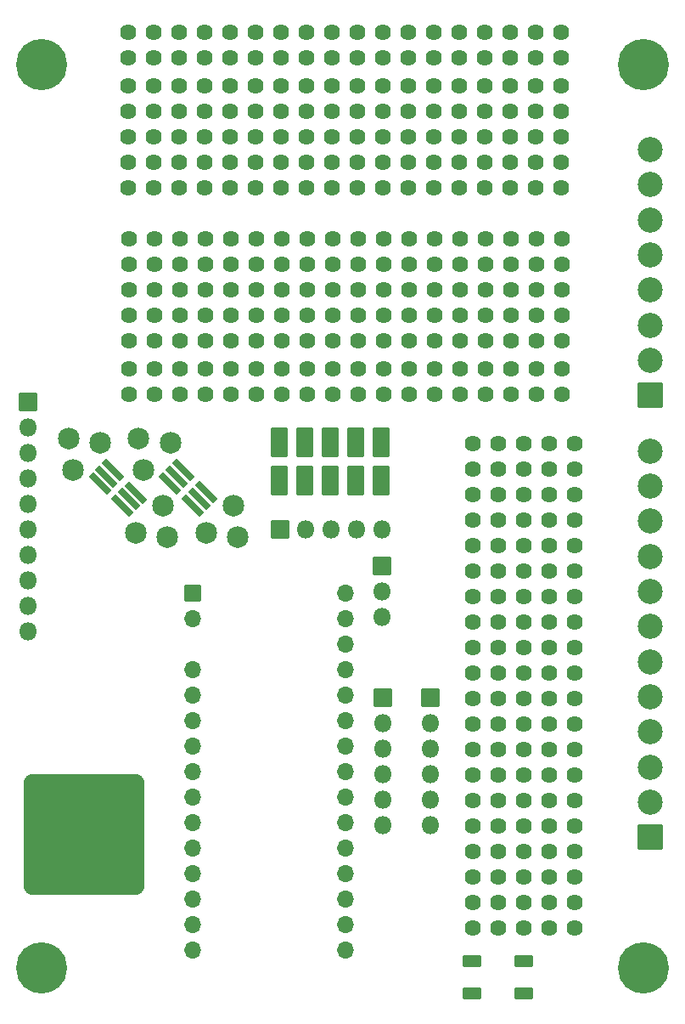
<source format=gbr>
%TF.GenerationSoftware,KiCad,Pcbnew,9.0.1*%
%TF.CreationDate,2025-05-07T10:30:00-04:00*%
%TF.ProjectId,BREAD_Slice_thProto,42524541-445f-4536-9c69-63655f746850,rev?*%
%TF.SameCoordinates,PX74eba40PY8552dc0*%
%TF.FileFunction,Soldermask,Top*%
%TF.FilePolarity,Negative*%
%FSLAX46Y46*%
G04 Gerber Fmt 4.6, Leading zero omitted, Abs format (unit mm)*
G04 Created by KiCad (PCBNEW 9.0.1) date 2025-05-07 10:30:00*
%MOMM*%
%LPD*%
G01*
G04 APERTURE LIST*
G04 Aperture macros list*
%AMRoundRect*
0 Rectangle with rounded corners*
0 $1 Rounding radius*
0 $2 $3 $4 $5 $6 $7 $8 $9 X,Y pos of 4 corners*
0 Add a 4 corners polygon primitive as box body*
4,1,4,$2,$3,$4,$5,$6,$7,$8,$9,$2,$3,0*
0 Add four circle primitives for the rounded corners*
1,1,$1+$1,$2,$3*
1,1,$1+$1,$4,$5*
1,1,$1+$1,$6,$7*
1,1,$1+$1,$8,$9*
0 Add four rect primitives between the rounded corners*
20,1,$1+$1,$2,$3,$4,$5,0*
20,1,$1+$1,$4,$5,$6,$7,0*
20,1,$1+$1,$6,$7,$8,$9,0*
20,1,$1+$1,$8,$9,$2,$3,0*%
G04 Aperture macros list end*
%ADD10C,5.100000*%
%ADD11RoundRect,0.050000X-0.800000X-0.800000X0.800000X-0.800000X0.800000X0.800000X-0.800000X0.800000X0*%
%ADD12O,1.700000X1.700000*%
%ADD13RoundRect,0.050000X-0.850000X-0.850000X0.850000X-0.850000X0.850000X0.850000X-0.850000X0.850000X0*%
%ADD14O,1.800000X1.800000*%
%ADD15RoundRect,1.008333X-5.041667X-5.041667X5.041667X-5.041667X5.041667X5.041667X-5.041667X5.041667X0*%
%ADD16RoundRect,0.050000X0.800000X-0.800000X0.800000X0.800000X-0.800000X0.800000X-0.800000X-0.800000X0*%
%ADD17RoundRect,0.101600X-0.825500X-0.500000X0.825500X-0.500000X0.825500X0.500000X-0.825500X0.500000X0*%
%ADD18RoundRect,0.050000X0.850000X-0.850000X0.850000X0.850000X-0.850000X0.850000X-0.850000X-0.850000X0*%
%ADD19C,2.160000*%
%ADD20RoundRect,0.050000X1.078338X-0.689429X-0.689429X1.078338X-1.078338X0.689429X0.689429X-1.078338X0*%
%ADD21C,1.624000*%
%ADD22RoundRect,0.050000X1.200000X-1.200000X1.200000X1.200000X-1.200000X1.200000X-1.200000X-1.200000X0*%
%ADD23C,2.500000*%
%ADD24RoundRect,0.050000X-0.800000X0.800000X-0.800000X-0.800000X0.800000X-0.800000X0.800000X0.800000X0*%
G04 APERTURE END LIST*
D10*
%TO.C,H1*%
X5000000Y95000000D03*
%TD*%
%TO.C,H3*%
X65000000Y95000000D03*
%TD*%
%TO.C,H2*%
X5000000Y5000000D03*
%TD*%
%TO.C,H4*%
X65000000Y5000000D03*
%TD*%
D11*
%TO.C,A1*%
X20010000Y42360000D03*
D12*
X20010000Y39820000D03*
X20010000Y34740000D03*
X20010000Y32200000D03*
X20010000Y29660000D03*
X20010000Y27120000D03*
X20010000Y24580000D03*
X20010000Y22040000D03*
X20010000Y19500000D03*
X20010000Y16960000D03*
X20010000Y14420000D03*
X20010000Y11880000D03*
X20010000Y9340000D03*
X20010000Y6800000D03*
X35250000Y6800000D03*
X35250000Y9340000D03*
X35250000Y11880000D03*
X35250000Y14420000D03*
X35250000Y16960000D03*
X35250000Y19500000D03*
X35250000Y22040000D03*
X35250000Y24580000D03*
X35250000Y27120000D03*
X35250000Y29660000D03*
X35250000Y32200000D03*
X35250000Y34740000D03*
X35250000Y37280000D03*
X35250000Y39820000D03*
X35250000Y42360000D03*
%TD*%
D13*
%TO.C,J1*%
X3600000Y61450000D03*
D14*
X3600000Y58910000D03*
X3600000Y56370000D03*
X3600000Y53830000D03*
X3600000Y51290000D03*
X3600000Y48750000D03*
X3600000Y46210000D03*
X3600000Y43670000D03*
X3600000Y41130000D03*
X3600000Y38590000D03*
%TD*%
D15*
%TO.C,HS1*%
X9200000Y18350000D03*
%TD*%
D16*
%TO.C,*%
X36310000Y52935000D03*
X36310000Y54205000D03*
X36310000Y56745000D03*
X36310000Y58015000D03*
%TD*%
D13*
%TO.C,REF\u002A\u002A*%
X38925000Y45100000D03*
D14*
X38925000Y42560000D03*
X38925000Y40020000D03*
%TD*%
D16*
%TO.C,*%
X33770000Y52935000D03*
X33770000Y54205000D03*
X33770000Y56745000D03*
X33770000Y58015000D03*
%TD*%
D13*
%TO.C,REF\u002A\u002A*%
X38975000Y31990000D03*
D14*
X38975000Y29450000D03*
X38975000Y26910000D03*
X38975000Y24370000D03*
X38975000Y21830000D03*
X38975000Y19290000D03*
%TD*%
D17*
%TO.C,D1*%
X47923000Y5667231D03*
X47923000Y2467231D03*
X53077000Y2467231D03*
X53077000Y5667231D03*
%TD*%
D18*
%TO.C,REF\u002A\u002A*%
X28765000Y48700000D03*
D14*
X31305000Y48700000D03*
X33845000Y48700000D03*
X36385000Y48700000D03*
X38925000Y48700000D03*
%TD*%
D19*
%TO.C,*%
X14373516Y48361797D03*
D20*
X13037084Y51048803D03*
D19*
X17516606Y47912784D03*
D20*
X13708836Y51720554D03*
D19*
X17067593Y51055874D03*
D20*
X14380587Y52392306D03*
X12117846Y54655047D03*
D19*
X10781414Y57342053D03*
D20*
X11446094Y53983296D03*
D19*
X7638324Y57791066D03*
D20*
X10774343Y53311544D03*
D19*
X8087337Y54647976D03*
%TD*%
D21*
%TO.C,REF\u002A\u002A*%
X56855000Y77675000D03*
X56845000Y64745000D03*
X56855000Y75135000D03*
X56845000Y62205000D03*
X56855000Y72595000D03*
X54305000Y64745000D03*
X56855000Y70055000D03*
X54305000Y62205000D03*
X56855000Y67515000D03*
X51765000Y64745000D03*
X54315000Y77675000D03*
X51765000Y62205000D03*
X54315000Y75135000D03*
X49225000Y64745000D03*
X54315000Y72595000D03*
X49225000Y62205000D03*
X54315000Y70055000D03*
X46685000Y64745000D03*
X54315000Y67515000D03*
X46685000Y62205000D03*
X51775000Y77675000D03*
X44145000Y64745000D03*
X51775000Y75135000D03*
X44145000Y62205000D03*
X51775000Y72595000D03*
X41605000Y64745000D03*
X51775000Y70055000D03*
X41605000Y62205000D03*
X51775000Y67515000D03*
X39065000Y64745000D03*
X49235000Y77675000D03*
X39065000Y62205000D03*
X49235000Y75135000D03*
X36525000Y64745000D03*
X49235000Y72595000D03*
X36525000Y62205000D03*
X49235000Y70055000D03*
X33985000Y64745000D03*
X49235000Y67515000D03*
X33985000Y62205000D03*
X46695000Y77675000D03*
X31445000Y64745000D03*
X46695000Y75135000D03*
X31445000Y62205000D03*
X46695000Y72595000D03*
X28905000Y64745000D03*
X46695000Y70055000D03*
X28905000Y62205000D03*
X46695000Y67515000D03*
X26365000Y64745000D03*
X44155000Y77675000D03*
X26365000Y62205000D03*
X44155000Y75135000D03*
X23825000Y64745000D03*
X44155000Y72595000D03*
X23825000Y62205000D03*
X44155000Y70055000D03*
X21285000Y64745000D03*
X44155000Y67515000D03*
X21285000Y62205000D03*
X41615000Y77675000D03*
X18745000Y64745000D03*
X41615000Y75135000D03*
X18745000Y62205000D03*
X41615000Y72595000D03*
X16205000Y64745000D03*
X41615000Y70055000D03*
X16205000Y62205000D03*
X41615000Y67515000D03*
X13665000Y64745000D03*
X39075000Y77675000D03*
X13665000Y62205000D03*
X39075000Y75135000D03*
X39075000Y72595000D03*
X39075000Y70055000D03*
X39075000Y67515000D03*
X36535000Y77675000D03*
X36535000Y75135000D03*
X36535000Y72595000D03*
X36535000Y70055000D03*
X36535000Y67515000D03*
X33995000Y77675000D03*
X33995000Y75135000D03*
X33995000Y72595000D03*
X33995000Y70055000D03*
X33995000Y67515000D03*
X31455000Y77675000D03*
X31455000Y75135000D03*
X31455000Y72595000D03*
X31455000Y70055000D03*
X31455000Y67515000D03*
X28915000Y77675000D03*
X28915000Y75135000D03*
X28915000Y72595000D03*
X28915000Y70055000D03*
X28915000Y67515000D03*
X26375000Y77675000D03*
X26375000Y75135000D03*
X26375000Y72595000D03*
X26375000Y70055000D03*
X26375000Y67515000D03*
X23835000Y77675000D03*
X23835000Y75135000D03*
X23835000Y72595000D03*
X23835000Y70055000D03*
X23835000Y67515000D03*
X21295000Y77675000D03*
X21295000Y75135000D03*
X21295000Y72595000D03*
X21295000Y70055000D03*
X21295000Y67515000D03*
X18755000Y77675000D03*
X18755000Y75135000D03*
X18755000Y72595000D03*
X18755000Y70055000D03*
X18755000Y67515000D03*
X16215000Y77675000D03*
X16215000Y75135000D03*
X16215000Y72595000D03*
X16215000Y70055000D03*
X16215000Y67515000D03*
X13675000Y77675000D03*
X13675000Y75135000D03*
X13675000Y72595000D03*
X13675000Y70055000D03*
X13675000Y67515000D03*
%TD*%
D19*
%TO.C,*%
X21389680Y48366243D03*
D20*
X20053248Y51053249D03*
D19*
X24532770Y47917230D03*
D20*
X20725000Y51725000D03*
D19*
X24083757Y51060320D03*
D20*
X21396751Y52396752D03*
X19134010Y54659493D03*
D19*
X17797578Y57346499D03*
D20*
X18462258Y53987742D03*
D19*
X14654488Y57795512D03*
D20*
X17790507Y53315990D03*
D19*
X15103501Y54652422D03*
%TD*%
D22*
%TO.C,REF\u002A\u002A*%
X65675000Y18025000D03*
D23*
X65675000Y21525000D03*
X65675000Y25025000D03*
X65675000Y28525000D03*
X65675000Y32025000D03*
X65675000Y35525000D03*
X65675000Y39025000D03*
X65675000Y42525000D03*
X65675000Y46025000D03*
X65675000Y49525000D03*
X65675000Y53025000D03*
X65675000Y56525000D03*
%TD*%
D21*
%TO.C,REF\u002A\u002A*%
X13630000Y82736000D03*
X13640000Y95666000D03*
X13630000Y85276000D03*
X13640000Y98206000D03*
X13630000Y87816000D03*
X16180000Y95666000D03*
X13630000Y90356000D03*
X16180000Y98206000D03*
X13630000Y92896000D03*
X18720000Y95666000D03*
X16170000Y82736000D03*
X18720000Y98206000D03*
X16170000Y85276000D03*
X21260000Y95666000D03*
X16170000Y87816000D03*
X21260000Y98206000D03*
X16170000Y90356000D03*
X23800000Y95666000D03*
X16170000Y92896000D03*
X23800000Y98206000D03*
X18710000Y82736000D03*
X26340000Y95666000D03*
X18710000Y85276000D03*
X26340000Y98206000D03*
X18710000Y87816000D03*
X28880000Y95666000D03*
X18710000Y90356000D03*
X28880000Y98206000D03*
X18710000Y92896000D03*
X31420000Y95666000D03*
X21250000Y82736000D03*
X31420000Y98206000D03*
X21250000Y85276000D03*
X33960000Y95666000D03*
X21250000Y87816000D03*
X33960000Y98206000D03*
X21250000Y90356000D03*
X36500000Y95666000D03*
X21250000Y92896000D03*
X36500000Y98206000D03*
X23790000Y82736000D03*
X39040000Y95666000D03*
X23790000Y85276000D03*
X39040000Y98206000D03*
X23790000Y87816000D03*
X41580000Y95666000D03*
X23790000Y90356000D03*
X41580000Y98206000D03*
X23790000Y92896000D03*
X44120000Y95666000D03*
X26330000Y82736000D03*
X44120000Y98206000D03*
X26330000Y85276000D03*
X46660000Y95666000D03*
X26330000Y87816000D03*
X46660000Y98206000D03*
X26330000Y90356000D03*
X49200000Y95666000D03*
X26330000Y92896000D03*
X49200000Y98206000D03*
X28870000Y82736000D03*
X51740000Y95666000D03*
X28870000Y85276000D03*
X51740000Y98206000D03*
X28870000Y87816000D03*
X54280000Y95666000D03*
X28870000Y90356000D03*
X54280000Y98206000D03*
X28870000Y92896000D03*
X56820000Y95666000D03*
X31410000Y82736000D03*
X56820000Y98206000D03*
X31410000Y85276000D03*
X31410000Y87816000D03*
X31410000Y90356000D03*
X31410000Y92896000D03*
X33950000Y82736000D03*
X33950000Y85276000D03*
X33950000Y87816000D03*
X33950000Y90356000D03*
X33950000Y92896000D03*
X36490000Y82736000D03*
X36490000Y85276000D03*
X36490000Y87816000D03*
X36490000Y90356000D03*
X36490000Y92896000D03*
X39030000Y82736000D03*
X39030000Y85276000D03*
X39030000Y87816000D03*
X39030000Y90356000D03*
X39030000Y92896000D03*
X41570000Y82736000D03*
X41570000Y85276000D03*
X41570000Y87816000D03*
X41570000Y90356000D03*
X41570000Y92896000D03*
X44110000Y82736000D03*
X44110000Y85276000D03*
X44110000Y87816000D03*
X44110000Y90356000D03*
X44110000Y92896000D03*
X46650000Y82736000D03*
X46650000Y85276000D03*
X46650000Y87816000D03*
X46650000Y90356000D03*
X46650000Y92896000D03*
X49190000Y82736000D03*
X49190000Y85276000D03*
X49190000Y87816000D03*
X49190000Y90356000D03*
X49190000Y92896000D03*
X51730000Y82736000D03*
X51730000Y85276000D03*
X51730000Y87816000D03*
X51730000Y90356000D03*
X51730000Y92896000D03*
X54270000Y82736000D03*
X54270000Y85276000D03*
X54270000Y87816000D03*
X54270000Y90356000D03*
X54270000Y92896000D03*
X56810000Y82736000D03*
X56810000Y85276000D03*
X56810000Y87816000D03*
X56810000Y90356000D03*
X56810000Y92896000D03*
%TD*%
D22*
%TO.C,REF\u002A\u002A*%
X65700000Y62050000D03*
D23*
X65700000Y65550000D03*
X65700000Y69050000D03*
X65700000Y72550000D03*
X65700000Y76050000D03*
X65700000Y79550000D03*
X65700000Y83050000D03*
X65700000Y86550000D03*
%TD*%
D24*
%TO.C,*%
X31230000Y58015000D03*
X31230000Y56745000D03*
X31230000Y54205000D03*
X31230000Y52935000D03*
%TD*%
D16*
%TO.C,*%
X38850000Y52935000D03*
X38850000Y54205000D03*
X38850000Y56745000D03*
X38850000Y58015000D03*
%TD*%
%TO.C,*%
X28690000Y52935000D03*
X28690000Y54205000D03*
X28690000Y56745000D03*
X28690000Y58015000D03*
%TD*%
D21*
%TO.C,REF\u002A\u002A*%
X47940000Y57235000D03*
X50480000Y57235000D03*
X53020000Y57235000D03*
X55560000Y57235000D03*
X58100000Y57235000D03*
X47940000Y54695000D03*
X50480000Y54695000D03*
X53020000Y54695000D03*
X55560000Y54695000D03*
X58100000Y54695000D03*
X47940000Y52155000D03*
X50480000Y52155000D03*
X53020000Y52155000D03*
X55560000Y52155000D03*
X58100000Y52155000D03*
X47940000Y49615000D03*
X50480000Y49615000D03*
X53020000Y49615000D03*
X55560000Y49615000D03*
X58100000Y49615000D03*
X47940000Y47075000D03*
X50480000Y47075000D03*
X53020000Y47075000D03*
X55560000Y47075000D03*
X58100000Y47075000D03*
X47940000Y44535000D03*
X50480000Y44535000D03*
X53020000Y44535000D03*
X55560000Y44535000D03*
X58100000Y44535000D03*
X47940000Y41995000D03*
X50480000Y41995000D03*
X53020000Y41995000D03*
X55560000Y41995000D03*
X58100000Y41995000D03*
X47940000Y39455000D03*
X50480000Y39455000D03*
X53020000Y39455000D03*
X55560000Y39455000D03*
X58100000Y39455000D03*
X47940000Y36915000D03*
X50480000Y36915000D03*
X53020000Y36915000D03*
X55560000Y36915000D03*
X58100000Y36915000D03*
X47940000Y34375000D03*
X50480000Y34375000D03*
X53020000Y34375000D03*
X55560000Y34375000D03*
X58100000Y34375000D03*
X47940000Y31835000D03*
X50480000Y31835000D03*
X53020000Y31835000D03*
X55560000Y31835000D03*
X58100000Y31835000D03*
X47940000Y29295000D03*
X50480000Y29295000D03*
X53020000Y29295000D03*
X55560000Y29295000D03*
X58100000Y29295000D03*
X47940000Y26755000D03*
X50480000Y26755000D03*
X53020000Y26755000D03*
X55560000Y26755000D03*
X58100000Y26755000D03*
X47940000Y24215000D03*
X50480000Y24215000D03*
X53020000Y24215000D03*
X55560000Y24215000D03*
X58100000Y24215000D03*
X47940000Y21675000D03*
X50480000Y21675000D03*
X53020000Y21675000D03*
X55560000Y21675000D03*
X58100000Y21675000D03*
X47940000Y19135000D03*
X50480000Y19135000D03*
X53020000Y19135000D03*
X55560000Y19135000D03*
X58100000Y19135000D03*
X47940000Y16595000D03*
X50480000Y16595000D03*
X53020000Y16595000D03*
X55560000Y16595000D03*
X58100000Y16595000D03*
X47940000Y14055000D03*
X50480000Y14055000D03*
X53020000Y14055000D03*
X55560000Y14055000D03*
X58100000Y14055000D03*
X47940000Y11515000D03*
X50480000Y11515000D03*
X53020000Y11515000D03*
X55560000Y11515000D03*
X58100000Y11515000D03*
X47940000Y8975000D03*
X50480000Y8975000D03*
X53020000Y8975000D03*
X55560000Y8975000D03*
X58100000Y8975000D03*
%TD*%
D13*
%TO.C,REF\u002A\u002A*%
X43725000Y31925000D03*
D14*
X43725000Y29385000D03*
X43725000Y26845000D03*
X43725000Y24305000D03*
X43725000Y21765000D03*
X43725000Y19225000D03*
%TD*%
M02*

</source>
